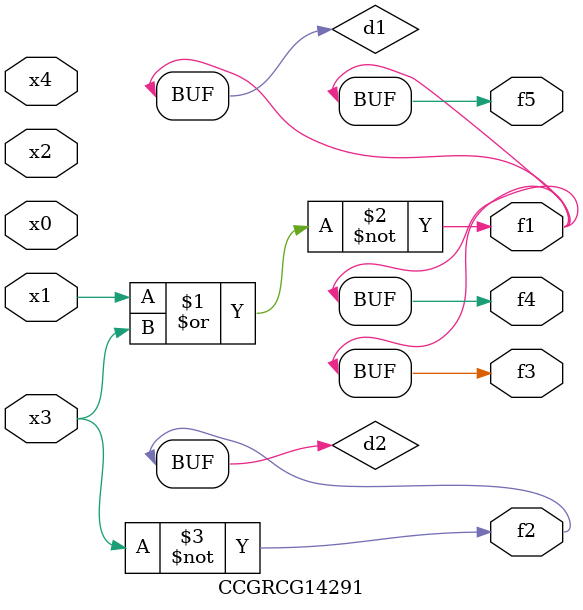
<source format=v>
module CCGRCG14291(
	input x0, x1, x2, x3, x4,
	output f1, f2, f3, f4, f5
);

	wire d1, d2;

	nor (d1, x1, x3);
	not (d2, x3);
	assign f1 = d1;
	assign f2 = d2;
	assign f3 = d1;
	assign f4 = d1;
	assign f5 = d1;
endmodule

</source>
